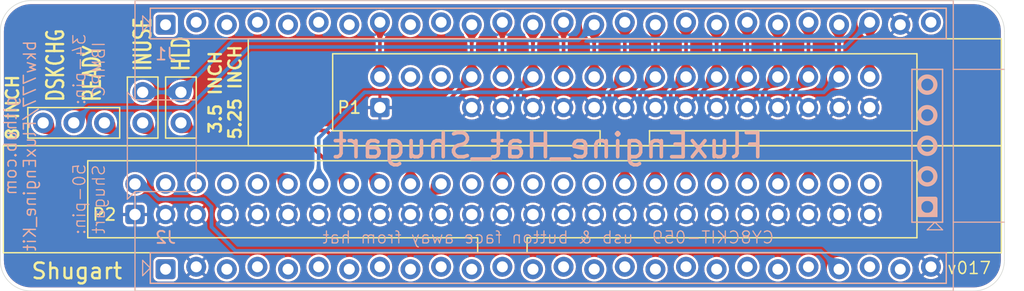
<source format=kicad_pcb>
(kicad_pcb (version 20240108) (generator "pcbnew") (generator_version "8.0")
  (title_block (title "FluxEngine_Hat_Shugart") (date "2024-08-08") (rev "017") (company "Brian K. White - b.kenyon.w@gmail.com") (comment 1 "github.com/bkw777/FluxEngine_Kit"))
  (layers (0 "F.Cu" signal) (31 "B.Cu" signal) (34 "B.Paste" user) (35 "F.Paste" user) (36 "B.SilkS" user "B.Silkscreen") (37 "F.SilkS" user "F.Silkscreen") (38 "B.Mask" user) (39 "F.Mask" user) (44 "Edge.Cuts" user))
  (net 0 "")
  (net 1 "GND")
  (net 4 "/SIDE")
  (net 5 "/~{DSB}")
  (net 6 "/~{REDWC}")
  (net 7 "/~{TRK0}")
  (net 8 "/~{MOTB}")
  (net 9 "/~{WGATE}")
  (net 10 "/~{INDEX}")
  (net 11 "/~{WPROT}")
  (net 12 "/~{DSA}")
  (net 13 "/~{MOTA}")
  (net 14 "/~{STEP}")
  (net 15 "/DIR")
  (net 54 "/~{RDY}")
  (net 56 "/~{DSKCHG}")
  (net 57 "/~{DC}")
  (net 58 "/~{HLD}")
  (net 59 "/~{DLOCK}")
  (net 60 "/~{WDATA}")
  (net 61 "/~{RDATA}")
  (net 63 "/~{TG43}")
  (footprint "000_LOCAL:IDC-Header_2x17_P2.54mm_Latch_Vertical - FDD" (layer "F.Cu") (at 133.985001 93.344999 90)
    (property "Reference" "P1" (at 0 -2.54 0) (layer "F.SilkS"))
    (property "Value" "FDC_BUS_IBMPC")
    (fp_line (start 5.715 -10.922) (end 5.715 51.562) (stroke (width 0.12)) (layer "F.SilkS"))
    (fp_line (start -3.175 -10.922) (end 5.715 -10.922) (stroke (width 0.12)) (layer "F.SilkS"))
    (fp_line (start 4.47 -3.92) (end 4.47 44.56) (stroke (width 0.12)) (layer "F.SilkS"))
    (fp_line (start -1.93 -3.92) (end 4.47 -3.92) (stroke (width 0.12)) (layer "F.SilkS"))
    (fp_line (start -1.93 18.27) (end -1.93 -3.92) (stroke (width 0.12)) (layer "F.SilkS"))
    (fp_line (start -3.175 18.27) (end -1.93 18.27) (stroke (width 0.12)) (layer "F.SilkS"))
    (fp_line (start -1.93 22.37) (end -1.93 22.37) (stroke (width 0.12)) (layer "F.SilkS"))
    (fp_line (start -1.93 22.37) (end -3.175 22.37) (stroke (width 0.12)) (layer "F.SilkS"))
    (fp_line (start 4.47 44.56) (end -1.93 44.56) (stroke (width 0.12)) (layer "F.SilkS"))
    (fp_line (start -1.93 44.56) (end -1.93 22.37) (stroke (width 0.12)) (layer "F.SilkS"))
    (fp_line (start 5.715 51.562) (end -3.175 51.562) (stroke (width 0.12)) (layer "F.SilkS"))
    (fp_line (start -3.175 51.562) (end -3.175 -10.922) (stroke (width 0.12)) (layer "F.SilkS"))
    (pad "1" thru_hole roundrect (at 0 0 90) (size 1.6 1.6) (drill 0.95) (layers "*.Cu" "*.Mask") (roundrect_rratio 0.15625) (net 1 "GND"))
    (pad "2" thru_hole circle (at 2.54 0 90) (size 1.6 1.6) (drill 0.95) (layers "*.Cu" "*.Mask") (net 6 "/~{REDWC}"))
    (pad "4" thru_hole circle (at 2.54 2.54 90) (size 1.6 1.6) (drill 0.95) (layers "*.Cu" "*.Mask"))
    (pad "6" thru_hole circle (at 2.54 5.08 90) (size 1.6 1.6) (drill 0.95) (layers "*.Cu" "*.Mask"))
    (pad "7" thru_hole circle (at 0 7.62 90) (size 1.6 1.6) (drill 0.95) (layers "*.Cu" "*.Mask") (net 1 "GND"))
    (pad "8" thru_hole circle (at 2.54 7.62 90) (size 1.6 1.6) (drill 0.95) (layers "*.Cu" "*.Mask") (net 10 "/~{INDEX}"))
    (pad "9" thru_hole circle (at 0 10.16 90) (size 1.6 1.6) (drill 0.95) (layers "*.Cu" "*.Mask") (net 1 "GND"))
    (pad "10" thru_hole circle (at 2.54 10.16 90) (size 1.6 1.6) (drill 0.95) (layers "*.Cu" "*.Mask") (net 13 "/~{MOTA}"))
    (pad "11" thru_hole circle (at 0 12.7 90) (size 1.6 1.6) (drill 0.95) (layers "*.Cu" "*.Mask") (net 1 "GND"))
    (pad "12" thru_hole circle (at 2.54 12.7 90) (size 1.6 1.6) (drill 0.95) (layers "*.Cu" "*.Mask") (net 5 "/~{DSB}"))
    (pad "13" thru_hole circle (at 0 15.24 90) (size 1.6 1.6) (drill 0.95) (layers "*.Cu" "*.Mask") (net 1 "GND"))
    (pad "14" thru_hole circle (at 2.54 15.24 90) (size 1.6 1.6) (drill 0.95) (layers "*.Cu" "*.Mask") (net 12 "/~{DSA}"))
    (pad "15" thru_hole circle (at 0 17.78 90) (size 1.6 1.6) (drill 0.95) (layers "*.Cu" "*.Mask") (net 1 "GND"))
    (pad "16" thru_hole circle (at 2.54 17.78 90) (size 1.6 1.6) (drill 0.95) (layers "*.Cu" "*.Mask") (net 8 "/~{MOTB}"))
    (pad "17" thru_hole circle (at 0 20.32 90) (size 1.6 1.6) (drill 0.95) (layers "*.Cu" "*.Mask") (net 1 "GND"))
    (pad "18" thru_hole circle (at 2.54 20.32 90) (size 1.6 1.6) (drill 0.95) (layers "*.Cu" "*.Mask") (net 15 "/DIR"))
    (pad "19" thru_hole circle (at 0 22.86 90) (size 1.6 1.6) (drill 0.95) (layers "*.Cu" "*.Mask") (net 1 "GND"))
    (pad "20" thru_hole circle (at 2.54 22.86 90) (size 1.6 1.6) (drill 0.95) (layers "*.Cu" "*.Mask") (net 14 "/~{STEP}"))
    (pad "21" thru_hole circle (at 0 25.4 90) (size 1.6 1.6) (drill 0.95) (layers "*.Cu" "*.Mask") (net 1 "GND"))
    (pad "22" thru_hole circle (at 2.54 25.4 90) (size 1.6 1.6) (drill 0.95) (layers "*.Cu" "*.Mask") (net 60 "/~{WDATA}"))
    (pad "23" thru_hole circle (at 0 27.94 90) (size 1.6 1.6) (drill 0.95) (layers "*.Cu" "*.Mask") (net 1 "GND"))
    (pad "24" thru_hole circle (at 2.54 27.94 90) (size 1.6 1.6) (drill 0.95) (layers "*.Cu" "*.Mask") (net 9 "/~{WGATE}"))
    (pad "25" thru_hole circle (at 0 30.48 90) (size 1.6 1.6) (drill 0.95) (layers "*.Cu" "*.Mask") (net 1 "GND"))
    (pad "26" thru_hole circle (at 2.54 30.48 90) (size 1.6 1.6) (drill 0.95) (layers "*.Cu" "*.Mask") (net 7 "/~{TRK0}"))
    (pad "27" thru_hole circle (at 0 33.02 90) (size 1.6 1.6) (drill 0.95) (layers "*.Cu" "*.Mask") (net 1 "GND"))
    (pad "28" thru_hole circle (at 2.54 33.02 90) (size 1.6 1.6) (drill 0.95) (layers "*.Cu" "*.Mask") (net 11 "/~{WPROT}"))
    (pad "29" thru_hole circle (at 0 35.56 90) (size 1.6 1.6) (drill 0.95) (layers "*.Cu" "*.Mask") (net 1 "GND"))
    (pad "30" thru_hole circle (at 2.54 35.56 90) (size 1.6 1.6) (drill 0.95) (layers "*.Cu" "*.Mask") (net 61 "/~{RDATA}"))
    (pad "31" thru_hole circle (at 0 38.1 90) (size 1.6 1.6) (drill 0.95) (layers "*.Cu" "*.Mask") (net 1 "GND"))
    (pad "32" thru_hole circle (at 2.54 38.1 90) (size 1.6 1.6) (drill 0.95) (layers "*.Cu" "*.Mask") (net 4 "/SIDE"))
    (pad "33" thru_hole circle (at 0 40.64 90) (size 1.6 1.6) (drill 0.95) (layers "*.Cu" "*.Mask") (net 1 "GND"))
    (pad "34" thru_hole circle (at 2.54 40.64 90) (size 1.6 1.6) (drill 0.95) (layers "*.Cu" "*.Mask") (net 56 "/~{DSKCHG}"))
  )
  (footprint "000_LOCAL:PinHeader_1x03_P2.54mm_Vertical" (layer "F.Cu") (at 106.045001 94.614999 90)
    (property "Reference" "JP1" (hide yes))
    (property "Value" "Jumper_3_Bridged12" (hide yes))
    (fp_line (start 1.27 -1.27) (end 1.27 6.35) (stroke (width 0.12)) (layer "F.SilkS"))
    (fp_line (start -1.27 -1.27) (end 1.27 -1.27) (stroke (width 0.12)) (layer "F.SilkS"))
    (fp_line (start -1.27 -1.27) (end -1.27 6.35) (stroke (width 0.12)) (layer "F.SilkS"))
    (fp_line (start -1.27 6.35) (end 1.27 6.35) (stroke (width 0.12)) (layer "F.SilkS"))
    (pad "1" thru_hole circle (at 0 0 90) (size 1.7 1.7) (drill 0.94) (layers "*.Cu" "*.Mask") (net 57 "/~{DC}"))
    (pad "2" thru_hole circle (at 0 2.54 90) (size 1.7 1.7) (drill 0.94) (layers "*.Cu" "*.Mask") (net 56 "/~{DSKCHG}"))
    (pad "3" thru_hole circle (at 0 5.08 90) (size 1.7 1.7) (drill 0.94) (layers "*.Cu" "*.Mask") (net 54 "/~{RDY}"))
  )
  (footprint "000_LOCAL:PinHeader_1x02_P2.54mm_Vertical" (layer "F.Cu") (at 117.475001 94.614999 180)
    (property "Reference" "JP3" (hide yes))
    (property "Value" "Jumper_2_Open" (hide yes))
    (fp_line (start 1.27 -1.27) (end 1.27 3.81) (stroke (width 0.12)) (layer "F.SilkS"))
    (fp_line (start -1.27 3.81) (end 1.27 3.81) (stroke (width 0.12)) (layer "F.SilkS"))
    (fp_line (start -1.27 -1.27) (end 1.27 -1.27) (stroke (width 0.12)) (layer "F.SilkS"))
    (fp_line (start -1.27 -1.27) (end -1.27 3.81) (stroke (width 0.12)) (layer "F.SilkS"))
    (pad "1" thru_hole circle (at 0 0 180) (size 1.7 1.7) (drill 0.94) (layers "*.Cu" "*.Mask") (net 58 "/~{HLD}"))
    (pad "2" thru_hole circle (at 0 2.54 180) (size 1.7 1.7) (drill 0.94) (layers "*.Cu" "*.Mask") (net 8 "/~{MOTB}"))
  )
  (footprint "000_LOCAL:PinHeader_1x02_P2.54mm_Vertical" (layer "F.Cu") (at 114.300001 94.614999 180)
    (property "Reference" "JP2" (hide yes))
    (property "Value" "Jumper_2_Open" (hide yes))
    (fp_line (start 1.27 -1.27) (end 1.27 3.81) (stroke (width 0.12)) (layer "F.SilkS"))
    (fp_line (start -1.27 3.81) (end 1.27 3.81) (stroke (width 0.12)) (layer "F.SilkS"))
    (fp_line (start -1.27 -1.27) (end 1.27 -1.27) (stroke (width 0.12)) (layer "F.SilkS"))
    (fp_line (start -1.27 -1.27) (end -1.27 3.81) (stroke (width 0.12)) (layer "F.SilkS"))
    (pad "1" thru_hole circle (at 0 0 180) (size 1.7 1.7) (drill 0.94) (layers "*.Cu" "*.Mask") (net 59 "/~{DLOCK}"))
    (pad "2" thru_hole circle (at 0 2.54 180) (size 1.7 1.7) (drill 0.94) (layers "*.Cu" "*.Mask") (net 8 "/~{MOTB}"))
  )
  (footprint "000_LOCAL:IDC-Header_2x25_P2.54mm_Latch_Vertical" (layer "F.Cu") (at 113.665001 102.234999 90)
    (property "Reference" "P2" (at 0 -2.54 0) (layer "F.SilkS"))
    (property "Value" "FDC_BUS_SA851")
    (fp_line (start 5.715 -10.922) (end 5.715 71.882) (stroke (width 0.12)) (layer "F.SilkS"))
    (fp_line (start -3.175 -10.922) (end 5.715 -10.922) (stroke (width 0.12)) (layer "F.SilkS"))
    (fp_line (start 4.47 -3.92) (end 4.47 64.88) (stroke (width 0.12)) (layer "F.SilkS"))
    (fp_line (start -1.930001 -3.92) (end 4.47 -3.92) (stroke (width 0.12)) (layer "F.SilkS"))
    (fp_line (start -1.93 28.43) (end -1.930001 -3.92) (stroke (width 0.12)) (layer "F.SilkS"))
    (fp_line (start -3.175 28.43) (end -1.93 28.43) (stroke (width 0.12)) (layer "F.SilkS"))
    (fp_line (start -1.93 32.530001) (end -1.93 32.530001) (stroke (width 0.12)) (layer "F.SilkS"))
    (fp_line (start -1.93 32.530001) (end -3.175 32.530001) (stroke (width 0.12)) (layer "F.SilkS"))
    (fp_line (start 4.47 64.88) (end -1.93 64.88) (stroke (width 0.12)) (layer "F.SilkS"))
    (fp_line (start -1.93 64.88) (end -1.93 32.530001) (stroke (width 0.12)) (layer "F.SilkS"))
    (fp_line (start 5.715 71.882) (end -3.175 71.882001) (stroke (width 0.12)) (layer "F.SilkS"))
    (fp_line (start -3.175 71.882001) (end -3.175 -10.922) (stroke (width 0.12)) (layer "F.SilkS"))
    (pad "1" thru_hole roundrect (at 0 0 90) (size 1.6 1.6) (drill 0.95) (layers "*.Cu" "*.Mask") (roundrect_rratio 0.15625) (net 1 "GND"))
    (pad "2" thru_hole circle (at 2.54 0 90) (size 1.6 1.6) (drill 0.95) (layers "*.Cu" "*.Mask") (net 63 "/~{TG43}"))
    (pad "3" thru_hole circle (at 0 2.54 90) (size 1.6 1.6) (drill 0.95) (layers "*.Cu" "*.Mask") (net 1 "GND"))
    (pad "4" thru_hole circle (at 2.54 2.54 90) (size 1.6 1.6) (drill 0.95) (layers "*.Cu" "*.Mask"))
    (pad "5" thru_hole circle (at 0 5.079999 90) (size 1.6 1.6) (drill 0.95) (layers "*.Cu" "*.Mask") (net 1 "GND"))
    (pad "6" thru_hole circle (at 2.54 5.08 90) (size 1.6 1.6) (drill 0.95) (layers "*.Cu" "*.Mask"))
    (pad "7" thru_hole circle (at 0 7.62 90) (size 1.6 1.6) (drill 0.95) (layers "*.Cu" "*.Mask") (net 1 "GND"))
    (pad "8" thru_hole circle (at 2.54 7.62 90) (size 1.6 1.6) (drill 0.95) (layers "*.Cu" "*.Mask"))
    (pad "9" thru_hole circle (at 0 10.16 90) (size 1.6 1.6) (drill 0.95) (layers "*.Cu" "*.Mask") (net 1 "GND"))
    (pad "10" thru_hole circle (at 2.54 10.16 90) (size 1.6 1.6) (drill 0.95) (layers "*.Cu" "*.Mask"))
    (pad "11" thru_hole circle (at 0 12.7 90) (size 1.6 1.6) (drill 0.95) (layers "*.Cu" "*.Mask") (net 1 "GND"))
    (pad "12" thru_hole circle (at 2.54 12.7 90) (size 1.6 1.6) (drill 0.95) (layers "*.Cu" "*.Mask") (net 57 "/~{DC}"))
    (pad "13" thru_hole circle (at 0 15.24 90) (size 1.6 1.6) (drill 0.95) (layers "*.Cu" "*.Mask") (net 1 "GND"))
    (pad "14" thru_hole circle (at 2.54 15.24 90) (size 1.6 1.6) (drill 0.95) (layers "*.Cu" "*.Mask") (net 4 "/SIDE"))
    (pad "15" thru_hole circle (at 0 17.780001 90) (size 1.6 1.6) (drill 0.95) (layers "*.Cu" "*.Mask") (net 1 "GND"))
    (pad "16" thru_hole circle (at 2.54 17.78 90) (size 1.6 1.6) (drill 0.95) (layers "*.Cu" "*.Mask") (net 59 "/~{DLOCK}"))
    (pad "17" thru_hole circle (at 0 20.32 90) (size 1.6 1.6) (drill 0.95) (layers "*.Cu" "*.Mask") (net 1 "GND"))
    (pad "18" thru_hole circle (at 2.54 20.32 90) (size 1.6 1.6) (drill 0.95) (layers "*.Cu" "*.Mask") (net 58 "/~{HLD}"))
    (pad "19" thru_hole circle (at 0 22.86 90) (size 1.6 1.6) (drill 0.95) (layers "*.Cu" "*.Mask") (net 1 "GND"))
    (pad "20" thru_hole circle (at 2.54 22.86 90) (size 1.6 1.6) (drill 0.95) (layers "*.Cu" "*.Mask") (net 10 "/~{INDEX}"))
    (pad "21" thru_hole circle (at 0 25.4 90) (size 1.6 1.6) (drill 0.95) (layers "*.Cu" "*.Mask") (net 1 "GND"))
    (pad "22" thru_hole circle (at 2.54 25.4 90) (size 1.6 1.6) (drill 0.95) (layers "*.Cu" "*.Mask") (net 54 "/~{RDY}"))
    (pad "23" thru_hole circle (at 0 27.939999 90) (size 1.6 1.6) (drill 0.95) (layers "*.Cu" "*.Mask") (net 1 "GND"))
    (pad "24" thru_hole circle (at 2.54 27.94 90) (size 1.6 1.6) (drill 0.95) (layers "*.Cu" "*.Mask"))
    (pad "25" thru_hole circle (at 0 30.48 90) (size 1.6 1.6) (drill 0.95) (layers "*.Cu" "*.Mask") (net 1 "GND"))
    (pad "26" thru_hole circle (at 2.54 30.48 90) (size 1.6 1.6) (drill 0.95) (layers "*.Cu" "*.Mask") (net 5 "/~{DSB}"))
    (pad "27" thru_hole circle (at 0 33.02 90) (size 1.6 1.6) (drill 0.95) (layers "*.Cu" "*.Mask") (net 1 "GND"))
    (pad "28" thru_hole circle (at 2.54 33.02 90) (size 1.6 1.6) (drill 0.95) (layers "*.Cu" "*.Mask"))
    (pad "29" thru_hole circle (at 0 35.56 90) (size 1.6 1.6) (drill 0.95) (layers "*.Cu" "*.Mask") (net 1 "GND"))
    (pad "30" thru_hole circle (at 2.54 35.56 90) (size 1.6 1.6) (drill 0.95) (layers "*.Cu" "*.Mask"))
    (pad "31" thru_hole circle (at 0 38.099999 90) (size 1.6 1.6) (drill 0.95) (layers "*.Cu" "*.Mask") (net 1 "GND"))
    (pad "32" thru_hole circle (at 2.54 38.1 90) (size 1.6 1.6) (drill 0.95) (layers "*.Cu" "*.Mask"))
    (pad "33" thru_hole circle (at 0 40.640001 90) (size 1.6 1.6) (drill 0.95) (layers "*.Cu" "*.Mask") (net 1 "GND"))
    (pad "34" thru_hole circle (at 2.54 40.64 90) (size 1.6 1.6) (drill 0.95) (layers "*.Cu" "*.Mask") (net 15 "/DIR"))
    (pad "35" thru_hole circle (at 0 43.18 90) (size 1.6 1.6) (drill 0.95) (layers "*.Cu" "*.Mask") (net 1 "GND"))
    (pad "36" thru_hole circle (at 2.54 43.18 90) (size 1.6 1.6) (drill 0.95) (layers "*.Cu" "*.Mask") (net 14 "/~{STEP}"))
    (pad "37" thru_hole circle (at 0 45.72 90) (size 1.6 1.6) (drill 0.95) (layers "*.Cu" "*.Mask") (net 1 "GND"))
    (pad "38" thru_hole circle (at 2.54 45.72 90) (size 1.6 1.6) (drill 0.95) (layers "*.Cu" "*.Mask") (net 60 "/~{WDATA}"))
    (pad "39" thru_hole circle (at 0 48.26 90) (size 1.6 1.6) (drill 0.95) (layers "*.Cu" "*.Mask") (net 1 "GND"))
    (pad "40" thru_hole circle (at 2.54 48.26 90) (size 1.6 1.6) (drill 0.95) (layers "*.Cu" "*.Mask") (net 9 "/~{WGATE}"))
    (pad "41" thru_hole circle (at 0 50.799999 90) (size 1.6 1.6) (drill 0.95) (layers "*.Cu" "*.Mask") (net 1 "GND"))
    (pad "42" thru_hole circle (at 2.54 50.8 90) (size 1.6 1.6) (drill 0.95) (layers "*.Cu" "*.Mask") (net 7 "/~{TRK0}"))
    (pad "43" thru_hole circle (at 0 53.34 90) (size 1.6 1.6) (drill 0.95) (layers "*.Cu" "*.Mask") (net 1 "GND"))
    (pad "44" thru_hole circle (at 2.54 53.34 90) (size 1.6 1.6) (drill 0.95) (layers "*.Cu" "*.Mask") (net 11 "/~{WPROT}"))
    (pad "45" thru_hole circle (at 0 55.88 90) (size 1.6 1.6) (drill 0.95) (layers "*.Cu" "*.Mask") (net 1 "GND"))
    (pad "46" thru_hole circle (at 2.54 55.88 90) (size 1.6 1.6) (drill 0.95) (layers "*.Cu" "*.Mask") (net 61 "/~{RDATA}"))
    (pad "47" thru_hole circle (at 0 58.42 90) (size 1.6 1.6) (drill 0.95) (layers "*.Cu" "*.Mask") (net 1 "GND"))
    (pad "48" thru_hole circle (at 2.54 58.42 90) (size 1.6 1.6) (drill 0.95) (layers "*.Cu" "*.Mask"))
    (pad "49" thru_hole circle (at 0 60.959999 90) (size 1.6 1.6) (drill 0.95) (layers "*.Cu" "*.Mask") (net 1 "GND"))
    (pad "50" thru_hole circle (at 2.54 60.96 90) (size 1.6 1.6) (drill 0.95) (layers "*.Cu" "*.Mask"))
  )
  (footprint "000_LOCAL:CY8CKIT-059 dry fit" (layer "B.Cu") (at 116.205001 86.359999 -90)
    (property "Reference" "J1" (hide yes))
    (property "Value" "CY8CKIT-059")
    (fp_line (start 14.605 3.175) (end 5.715 3.175) (stroke (width 0.1)) (layer "B.SilkS"))
    (fp_line (start 6.35 2.54) (end 5.715 3.175) (stroke (width 0.1)) (layer "B.SilkS"))
    (fp_line (start 6.35 2.54) (end -1.905 2.54) (stroke (width 0.1)) (layer "B.SilkS"))
    (fp_line (start 6.35 2.54) (end 6.35 -2.54) (stroke (width 0.1)) (layer "B.SilkS"))
    (fp_line (start 13.97 2.54) (end 14.605 3.175) (stroke (width 0.1)) (layer "B.SilkS"))
    (fp_line (start 22.225 2.54) (end 13.97 2.54) (stroke (width 0.1)) (layer "B.SilkS"))
    (fp_line (start 22.225 2.54) (end 22.225 -65.3542) (stroke (width 0.1)) (layer "B.SilkS"))
    (fp_line (start -0.635 1.905) (end 0 1.27) (stroke (width 0.1)) (layer "B.SilkS"))
    (fp_line (start 0.635 1.905) (end -0.635 1.905) (stroke (width 0.1)) (layer "B.SilkS"))
    (fp_line (start 19.685 1.905) (end 20.32 1.27) (stroke (width 0.1)) (layer "B.SilkS"))
    (fp_line (start 20.955 1.905) (end 19.685 1.905) (stroke (width 0.1)) (layer "B.SilkS"))
    (fp_line (start 0 1.27) (end 0.635 1.905) (stroke (width 0.1)) (layer "B.SilkS"))
    (fp_line (start 1.27 1.27) (end -1.27 1.27) (stroke (width 0.12)) (layer "B.SilkS"))
    (fp_line (start 20.32 1.27) (end 20.955 1.905) (stroke (width 0.1)) (layer "B.SilkS"))
    (fp_line (start 21.59 1.27) (end 19.05 1.27) (stroke (width 0.12)) (layer "B.SilkS"))
    (fp_line (start 6.35 -2.54) (end 13.97 -2.54) (stroke (width 0.1)) (layer "B.SilkS"))
    (fp_line (start 13.97 -2.54) (end 13.97 2.54) (stroke (width 0.1)) (layer "B.SilkS"))
    (fp_line (start 3.809998 -61.9252) (end 16.509999 -61.925199) (stroke (width 0.12)) (layer "B.SilkS"))
    (fp_line (start 17.145 -63.1952) (end 16.51 -63.8302) (stroke (width 0.1)) (layer "B.SilkS"))
    (fp_line (start 16.51 -63.8302) (end 17.145 -64.4652) (stroke (width 0.1)) (layer "B.SilkS"))
    (fp_line (start 3.809998 -64.4652) (end 3.809998 -61.9252) (stroke (width 0.12)) (layer "B.SilkS"))
    (fp_line (start 3.809998 -64.4652) (end 16.509999 -64.465201) (stroke (width 0.12)) (layer "B.SilkS"))
    (fp_line (start 17.145 -64.4652) (end 17.145 -63.1952) (stroke (width 0.1)) (layer "B.SilkS"))
    (fp_line (start 16.509999 -64.465201) (end 16.509999 -61.925199) (stroke (width 0.12)) (layer "B.SilkS"))
    (fp_line (start -1.27 -64.77) (end -1.27 1.27) (stroke (width 0.12)) (layer "B.SilkS"))
    (fp_line (start 1.27 -64.77) (end 1.27 1.27) (stroke (width 0.12)) (layer "B.SilkS"))
    (fp_line (start 1.27 -64.77) (end -1.27 -64.77) (stroke (width 0.12)) (layer "B.SilkS"))
    (fp_line (start 19.05 -64.77) (end 19.05 1.27) (stroke (width 0.12)) (layer "B.SilkS"))
    (fp_line (start 21.59 -64.77) (end 21.59 1.27) (stroke (width 0.12)) (layer "B.SilkS"))
    (fp_line (start 21.59 -64.77) (end 19.05 -64.77) (stroke (width 0.12)) (layer "B.SilkS"))
    (fp_line (start -1.905 -65.3542) (end -1.905 2.54) (stroke (width 0.1)) (layer "B.SilkS"))
    (fp_line (start 22.225 -65.3542) (end -1.905 -65.3542) (stroke (width 0.1)) (layer "B.SilkS"))
    (fp_rect (start 15.9131 -63.8683) (end 14.5669 -62.5221) (stroke (width 0.35052)) (fill none) (layer "B.SilkS"))
    (fp_circle (center 5.08 -63.1952) (end 5.7531 -63.1952) (stroke (width 0.35052)) (fill none) (layer "B.SilkS"))
    (fp_circle (center 7.62 -63.1952) (end 8.2931 -63.1952) (stroke (width 0.35052)) (fill none) (layer "B.SilkS"))
    (fp_circle (center 10.16 -63.1952) (end 10.8331 -63.1952) (stroke (width 0.35052)) (fill none) (layer "B.SilkS"))
    (fp_circle (center 12.7 -63.1952) (end 13.3731 -63.1952) (stroke (width 0.35052)) (fill none) (layer "B.SilkS"))
    (fp_circle (center 15.24 -63.1952) (end 15.9131 -63.1952) (stroke (width 0.35052)) (fill none) (layer "B.SilkS"))
    (fp_text user "J2" (at 17.78 0 0) (layer "B.SilkS") (effects (justify mirror)))
    (fp_text user "J1" (at 2.54 0 0) (layer "B.SilkS") (effects (justify mirror)))
    (pad "J1_1" thru_hole roundrect (at 0.1016 0 270) (size 1.651 1.651) (drill 0.9144) (layers "*.Cu" "*.Mask") (roundrect_rratio 0.1514233798))
    (pad "J1_2" thru_hole circle (at -0.1016 -2.54 270) (size 1.651 1.651) (drill 0.9144) (layers "*.Cu" "*.Mask"))
    (pad "J1_3" thru_hole circle (at 0.1016 -5.08 270) (size 1.651 1.651) (drill 0.9144) (layers "*.Cu" "*.Mask"))
    (pad "J1_4" thru_hole circle (at -0.1016 -7.62 270) (size 1.651 1.651) (drill 0.9144) (layers "*.Cu" "*.Mask"))
    (pad "J1_5" thru_hole circle (at 0.1016 -10.16 270) (size 1.651 1.651) (drill 0.9144) (layers "*.Cu" "*.Mask"))
    (pad "J1_6" thru_hole circle (at -0.1016 -12.7 270) (size 1.651 1.651) (drill 0.9144) (layers "*.Cu" "*.Mask"))
    (pad "J1_7" thru_hole circle (at 0.1016 -15.24 270) (size 1.651 1.651) (drill 0.9144) (layers "*.Cu" "*.Mask"))
    (pad "J1_8" thru_hole circle (at -0.1016 -17.78 270) (size 1.651 1.651) (drill 0.9144) (layers "*.Cu" "*.Mask") (net 6 "/~{REDWC}"))
    (pad "J1_9" thru_hole circle (at 0.1016 -20.32 270) (size 1.651 1.651) (drill 0.9144) (layers "*.Cu" "*.Mask"))
    (pad "J1_10" thru_hole circle (at -0.1016 -22.86 270) (size 1.651 1.651) (drill 0.9144) (layers "*.Cu" "*.Mask"))
    (pad "J1_11" thru_hole circle (at 0.1016 -25.4 270) (size 1.651 1.651) (drill 0.9144) (layers "*.Cu" "*.Mask") (net 10 "/~{INDEX}"))
    (pad "J1_12" thru_hole circle (at -0.1016 -27.94 270) (size 1.651 1.651) (drill 0.9144) (layers "*.Cu" "*.Mask") (net 13 "/~{MOTA}"))
    (pad "J1_13" thru_hole circle (at 0.1016 -30.48 270) (size 1.651 1.651) (drill 0.9144) (layers "*.Cu" "*.Mask") (net 5 "/~{DSB}"))
    (pad "J1_14" thru_hole circle (at -0.1016 -33.02 270) (size 1.651 1.651) (drill 0.9144) (layers "*.Cu" "*.Mask") (net 12 "/~{DSA}"))
    (pad "J1_15" thru_hole circle (at 0.1016 -35.56 270) (size 1.651 1.651) (drill 0.9144) (layers "*.Cu" "*.Mask") (net 8 "/~{MOTB}"))
    (pad "J1_16" thru_hole circle (at -0.1016 -38.1 270) (size 1.651 1.651) (drill 0.9144) (layers "*.Cu" "*.Mask") (net 15 "/DIR"))
    (pad "J1_17" thru_hole circle (at 0.1016 -40.64 270) (size 1.651 1.651) (drill 0.9144) (layers "*.Cu" "*.Mask") (net 14 "/~{STEP}"))
    (pad "J1_18" thru_hole circle (at -0.1016 -43.18 270) (size 1.651 1.651) (drill 0.9144) (layers "*.Cu" "*.Mask") (net 60 "/~{WDATA}"))
    (pad "J1_19" thru_hole circle (at 0.1016 -45.72 270) (size 1.651 1.651) (drill 0.9144) (layers "*.Cu" "*.Mask") (net 9 "/~{WGATE}"))
    (pad "J1_20" thru_hole circle (at -0.1016 -48.26 270) (size 1.651 1.651) (drill 0.9144) (layers "*.Cu" "*.Mask") (net 7 "/~{TRK0}"))
    (pad "J1_21" thru_hole circle (at 0.1016 -50.8 270) (size 1.651 1.651) (drill 0.9144) (layers "*.Cu" "*.Mask") (net 11 "/~{WPROT}"))
    (pad "J1_22" thru_hole circle (at -0.1016 -53.34 270) (size 1.651 1.651) (drill 0.9144) (layers "*.Cu" "*.Mask") (net 61 "/~{RDATA}"))
    (pad "J1_23" thru_hole circle (at 0.1016 -55.88 270) (size 1.651 1.651) (drill 0.9144) (layers "*.Cu" "*.Mask") (net 4 "/SIDE"))
    (pad "J1_24" thru_hole circle (at -0.1016 -58.42 270) (size 1.651 1.651) (drill 0.9144) (layers "*.Cu" "*.Mask") (net 56 "/~{DSKCHG}"))
    (pad "J1_25" thru_hole circle (at 0.1016 -60.96 270) (size 1.651 1.651) (drill 0.9144) (layers "*.Cu" "*.Mask") (net 1 "GND"))
    (pad "J1_26" thru_hole circle (at -0.1016 -63.5 270) (size 1.651 1.651) (drill 0.9144) (layers "*.Cu" "*.Mask"))
    (pad "J2_1" thru_hole roundrect (at 20.4216 0 270) (size 1.651 1.651) (drill 0.9144) (layers "*.Cu" "*.Mask") (roundrect_rratio 0.1514233798))
    (pad "J2_2" thru_hole circle (at 20.2184 -2.54 270) (size 1.651 1.651) (drill 0.9144) (layers "*.Cu" "*.Mask") (net 1 "GND"))
    (pad "J2_3" thru_hole circle (at 20.4216 -5.08 270) (size 1.651 1.651) (drill 0.9144) (layers "*.Cu" "*.Mask"))
    (pad "J2_4" thru_hole circle (at 20.2184 -7.62 270) (size 1.651 1.651) (drill 0.9144) (layers "*.Cu" "*.Mask"))
    (pad "J2_5" thru_hole circle (at 20.4216 -10.16 270) (size 1.651 1.651) (drill 0.9144) (layers "*.Cu" "*.Mask"))
    (pad "J2_6" thru_hole circle (at 20.2184 -12.7 270) (size 1.651 1.651) (drill 0.9144) (layers "*.Cu" "*.Mask"))
    (pad "J2_7" thru_hole circle (at 20.4216 -15.24 270) (size 1.651 1.651) (drill 0.9144) (layers "*.Cu" "*.Mask"))
    (pad "J2_8" thru_hole circle (at 20.2184 -17.78 270) (size 1.651 1.651) (drill 0.9144) (layers "*.Cu" "*.Mask"))
    (pad "J2_9" thru_hole circle (at 20.4216 -20.32 270) (size 1.651 1.651) (drill 0.9144) (layers "*.Cu" "*.Mask"))
    (pad "J2_10" thru_hole circle (at 20.2184 -22.86 270) (size 1.651 1.651) (drill 0.9144) (layers "*.Cu" "*.Mask"))
    (pad "J2_11" thru_hole circle (at 20.4216 -25.4 270) (size 1.651 1.651) (drill 0.9144) (layers "*.Cu" "*.Mask"))
    (pad "J2_12" thru_hole circle (at 20.2184 -27.94 270) (size 1.651 1.651) (drill 0.9144) (layers "*.Cu" "*.Mask"))
    (pad "J2_13" thru_hole circle (at 20.4216 -30.48 270) (size 1.651 1.651) (drill 0.9144) (layers "*.Cu" "*.Mask"))
    (pad "J2_14" thru_hole circle (at 20.2184 -33.02 270) (size 1.651 1.651) (drill 0.9144) (layers "*.Cu" "*.Mask"))
    (pad "J2_15" thru_hole circle (at 20.4216 -35.56 270) (size 1.651 1.651) (drill 0.9144) (layers "*.Cu" "*.Mask"))
    (pad "J2_16" thru_hole circle (at 20.2184 -38.1 270) (size 1.651 1.651) (drill 0.9144) (layers "*.Cu" "*.Mask"))
    (pad "J2_17" thru_hole circle (at 20.4216 -40.64 270) (size 1.651 1.651) (drill 0.9144) (layers "*.Cu" "*.Mask"))
    (pad "J2_18" thru_hole circle (at 20.2184 -43.18 270) (size 1.651 1.651) (drill 0.9144) (layers "*.Cu" "*.Mask"))
    (pad "J2_19" thru_hole circle (at 20.4216 -45.72 270) (size 1.651 1.651) (drill 0.9144) (layers "*.Cu" "*.Mask"))
    (pad "J2_20" thru_hole circle (at 20.2184 -48.26 270) (size 1.651 1.651) (drill 0.9144) (layers "*.Cu" "*.Mask"))
    (pad "J2_21" thru_hole circle (at 20.4216 -50.8 270) (size 1.651 1.651) (drill 0.9144) (layers "*.Cu" "*.Mask"))
    (pad "J2_22" thru_hole circle (at 20.2184 -53.34 270) (size 1.651 1.651) (drill 0.9144) (layers "*.Cu" "*.Mask"))
    (pad "J2_23" thru_hole circle (at 20.4216 -55.88 270) (size 1.651 1.651) (drill 0.9144) (layers "*.Cu" "*.Mask") (net 63 "/~{TG43}"))
    (pad "J2_24" thru_hole circle (at 20.2184 -58.42 270) (size 1.651 1.651) (drill 0.9144) (layers "*.Cu" "*.Mask"))
    (pad "J2_25" thru_hole circle (at 20.4216 -60.96 270) (size 1.651 1.651) (drill 0.9144) (layers "*.Cu" "*.Mask"))
    (pad "J2_26" thru_hole circle (at 20.2184 -63.5 270) (size 1.651 1.651) (drill 0.9144) (layers "*.Cu" "*.Mask") (net 1 "GND"))
  )
  (gr_line (start 181.559201 102.869999) (end 185.801001 102.869999) (stroke (width 0.1)) (layer "B.SilkS"))
  (gr_line (start 181.559201 90.169999) (end 185.801001 90.169999) (stroke (width 0.1)) (layer "B.SilkS"))
  (gr_arc (start 183.261 84.455001) (mid 185.057051 85.198949) (end 185.801 86.995) (stroke (width 0.05)) (layer "Edge.Cuts"))
  (gr_arc (start 102.489 86.995) (mid 103.232949 85.198948) (end 105.029001 84.454999) (stroke (width 0.05)) (layer "Edge.Cuts"))
  (gr_arc (start 185.801 106.045) (mid 185.057051 107.841051) (end 183.261 108.585) (stroke (width 0.05)) (layer "Edge.Cuts"))
  (gr_line (start 102.489 86.995) (end 102.489 106.045) (stroke (width 0.05)) (layer "Edge.Cuts"))
  (gr_line (start 183.261 84.455001) (end 105.029001 84.454999) (stroke (width 0.05)) (layer "Edge.Cuts"))
  (gr_line (start 185.801 106.045) (end 185.801 86.995) (stroke (width 0.05)) (layer "Edge.Cuts"))
  (gr_line (start 105.029 108.584999) (end 183.261 108.585) (stroke (width 0.05)) (layer "Edge.Cuts"))
  (gr_arc (start 105.029 108.584999) (mid 103.232949 107.841051) (end 102.489 106.045) (stroke (width 0.05)) (layer "Edge.Cuts"))
  (gr_text "github.com\nbkw777/FluxEngine_Kit" (at 104.140001 96.519999 90) (layer "B.SilkS") (effects (font (size 1 1) (thickness 0.12)) (justify mirror)))
  (gr_text "${TITLE}" (at 147.955001 96.52 0) (layer "B.SilkS") (effects (font (size 2 2) (thickness 0.3)) (justify mirror)))
  (gr_text "50-pin:\nShugart" (at 109.855001 100.964999 90) (layer "B.SilkS") (effects (font (size 1 1) (thickness 0.1)) (justify mirror)))
  (gr_text "34-pin:\nIBMPC" (at 109.855001 90.169999 90) (layer "B.SilkS") (effects (font (size 1 1) (thickness 0.1)) (justify mirror)))
  (gr_text "CY8CKIT-059  usb & button face away from hat" (at 147.955001 104.139999 0) (layer "B.SilkS") (effects (font (size 1 1) (thickness 0.1)) (justify mirror)))
  (gr_text "DSKCHG" (at 107.061001 92.963999 90) (layer "F.SilkS") (effects (font (size 1.4 1) (thickness 0.2) (bold yes)) (justify left)))
  (gr_text "8 INCH" (at 103.505001 93.345 90) (layer "F.SilkS") (effects (font (size 1.016 1.016) (thickness 0.2032) (bold yes))))
  (gr_text "READY" (at 110.109001 92.963999 90) (layer "F.SilkS") (effects (font (size 1.4 1) (thickness 0.2) (bold yes)) (justify left)))
  (gr_text "Shugart" (at 108.839 106.934 0) (layer "F.SilkS") (effects (font (size 1.3 1.3) (thickness 0.2) (bold yes))))
  (gr_text "3.5 INCH\n5.25 INCH" (at 122.555001 92.075 90) (layer "F.SilkS") (effects (font (size 1.016 1.016) (thickness 0.2032) (bold yes)) (justify bottom)))
  (gr_text "HLD" (at 117.475001 90.423999 90) (layer "F.SilkS") (effects (font (size 1.4 1) (thickness 0.2) (bold yes)) (justify left)))
  (gr_text "v${REVISION}" (at 182.880001 106.679999 0) (layer "F.SilkS") (effects (font (size 1 1) (thickness 0.12))))
  (gr_text "INUSE" (at 114.300001 90.423999 90) (layer "F.SilkS") (effects (font (size 1.4 1) (thickness 0.2) (bold yes)) (justify left)))
  (segment (start 172.085001 90.804999) (end 172.085001 86.461599) (width 0.3) (layer "F.Cu") (net 4))
  (segment (start 170.815001 92.074999) (end 132.715001 92.074999) (width 0.3) (layer "B.Cu") (net 4))
  (segment (start 172.085001 90.804999) (end 170.815001 92.074999) (width 0.3) (layer "B.Cu") (net 4))
  (segment (start 128.905001 95.884999) (end 128.905001 99.694999) (width 0.3) (layer "B.Cu") (net 4))
  (segment (start 132.715001 92.074999) (end 128.905001 95.884999) (width 0.3) (layer "B.Cu") (net 4))
  (segment (start 146.685001 90.804999) (end 146.685001 86.461599) (width 0.3) (layer "F.Cu") (net 5))
  (segment (start 145.414999 95.884999) (end 145.414999 92.075001) (width 0.3) (layer "F.Cu") (net 5))
  (segment (start 145.414999 92.075001) (end 146.685001 90.804999) (width 0.3) (layer "F.Cu") (net 5))
  (segment (start 144.145001 99.694999) (end 144.145001 97.154997) (width 0.3) (layer "F.Cu") (net 5))
  (segment (start 144.145001 97.154997) (end 145.414999 95.884999) (width 0.3) (layer "F.Cu") (net 5))
  (segment (start 133.984999 86.283801) (end 133.985001 86.283799) (width 0.3) (layer "F.Cu") (net 6))
  (segment (start 133.985001 90.804999) (end 133.985001 86.258399) (width 0.3) (layer "F.Cu") (net 6))
  (segment (start 164.465001 99.694999) (end 164.465001 97.155) (width 0.3) (layer "F.Cu") (net 7))
  (segment (start 163.195 95.884999) (end 163.195 92.075) (width 0.3) (layer "F.Cu") (net 7))
  (segment (start 164.465001 90.804999) (end 164.465001 86.258399) (width 0.3) (layer "F.Cu") (net 7))
  (segment (start 164.464999 86.283801) (end 164.465001 86.283799) (width 0.3) (layer "F.Cu") (net 7))
  (segment (start 164.465001 97.155) (end 163.195 95.884999) (width 0.3) (layer "F.Cu") (net 7))
  (segment (start 163.195 92.075) (end 164.465001 90.804999) (width 0.3) (layer "F.Cu") (net 7))
  (segment (start 151.765 86.4362) (end 151.765001 86.436199) (width 0.3) (layer "F.Cu") (net 8))
  (segment (start 151.765001 90.804999) (end 151.765001 86.461599) (width 0.3) (layer "F.Cu") (net 8))
  (segment (start 121.790001 87.759999) (end 150.466601 87.759999) (width 0.3) (layer "B.Cu") (net 8))
  (segment (start 117.475001 92.074999) (end 121.790001 87.759999) (width 0.3) (layer "B.Cu") (net 8))
  (segment (start 150.466601 87.759999) (end 151.765001 86.461599) (width 0.3) (layer "B.Cu") (net 8))
  (segment (start 114.300001 92.074999) (end 117.475001 92.074999) (width 0.3) (layer "B.Cu") (net 8))
  (segment (start 161.924999 86.436201) (end 161.925001 86.436199) (width 0.3) (layer "F.Cu") (net 9))
  (segment (start 160.654999 92.075001) (end 161.925001 90.804999) (width 0.3) (layer "F.Cu") (net 9))
  (segment (start 161.925001 90.804999) (end 161.925001 86.461599) (width 0.3) (layer "F.Cu") (net 9))
  (segment (start 161.925001 99.694999) (end 161.925001 97.155001) (width 0.3) (layer "F.Cu") (net 9))
  (segment (start 161.925001 97.155001) (end 160.654999 95.884999) (width 0.3) (layer "F.Cu") (net 9))
  (segment (start 160.654999 95.884999) (end 160.654999 92.075001) (width 0.3) (layer "F.Cu") (net 9))
  (segment (start 136.525001 95.884999) (end 141.605001 90.804999) (width 0.3) (layer "F.Cu") (net 10))
  (segment (start 141.605001 90.804999) (end 141.605001 86.461599) (width 0.3) (layer "F.Cu") (net 10))
  (segment (start 141.604999 86.436201) (end 141.605001 86.436199) (width 0.3) (layer "F.Cu") (net 10))
  (segment (start 136.525001 99.694999) (end 136.525001 95.884999) (width 0.3) (layer "F.Cu") (net 10))
  (segment (start 167.005001 99.694999) (end 167.005001 97.155) (width 0.3) (layer "F.Cu") (net 11))
  (segment (start 167.005001 90.804999) (end 167.005001 86.461599) (width 0.3) (layer "F.Cu") (net 11))
  (segment (start 165.735 92.075) (end 167.005001 90.804999) (width 0.3) (layer "F.Cu") (net 11))
  (segment (start 165.735 95.884999) (end 165.735 92.075) (width 0.3) (layer "F.Cu") (net 11))
  (segment (start 167.005001 97.155) (end 165.735 95.884999) (width 0.3) (layer "F.Cu") (net 11))
  (segment (start 149.225 90.805) (end 149.225001 90.804999) (width 0.3) (layer "F.Cu") (net 12))
  (segment (start 149.225001 90.804999) (end 149.225001 86.258399) (width 0.3) (layer "F.Cu") (net 12))
  (segment (start 144.144999 86.283801) (end 144.145001 86.283799) (width 0.3) (layer "F.Cu") (net 13))
  (segment (start 144.145001 90.804999) (end 144.145001 86.258399) (width 0.3) (layer "F.Cu") (net 13))
  (segment (start 156.845001 99.694999) (end 156.845001 97.155) (width 0.3) (layer "F.Cu") (net 14))
  (segment (start 156.844999 86.436201) (end 156.845001 86.436199) (width 0.3) (layer "F.Cu") (net 14))
  (segment (start 155.575 95.884999) (end 155.575 92.075) (width 0.3) (layer "F.Cu") (net 14))
  (segment (start 156.845001 90.804999) (end 156.845001 86.461599) (width 0.3) (layer "F.Cu") (net 14))
  (segment (start 156.845001 97.155) (end 155.575 95.884999) (width 0.3) (layer "F.Cu") (net 14))
  (segment (start 155.575 92.075) (end 156.845001 90.804999) (width 0.3) (layer "F.Cu") (net 14))
  (segment (start 153.035 95.884999) (end 153.035 92.075) (width 0.3) (layer "F.Cu") (net 15))
  (segment (start 154.305001 99.694999) (end 154.305001 97.155) (width 0.3) (layer "F.Cu") (net 15))
  (segment (start 154.304999 86.283801) (end 154.305001 86.283799) (width 0.3) (layer "F.Cu") (net 15))
  (segment (start 154.305001 90.804999) (end 154.305001 86.258399) (width 0.3) (layer "F.Cu") (net 15))
  (segment (start 154.305001 97.155) (end 153.035 95.884999) (width 0.3) (layer "F.Cu") (net 15))
  (segment (start 153.035 92.075) (end 154.305001 90.804999) (width 0.3) (layer "F.Cu") (net 15))
  (segment (start 127.635 99.059999) (end 127.635 100.330001) (width 0.3) (layer "F.Cu") (net 54))
  (segment (start 127.635 100.330001) (end 128.27 100.965001) (width 0.3) (layer "F.Cu") (net 54))
  (segment (start 111.125001 94.614999) (end 113.030001 96.519999) (width 0.3) (layer "F.Cu") (net 54))
  (segment (start 137.794999 100.965001) (end 139.065001 99.694999) (width 0.3) (layer "F.Cu") (net 54))
  (segment (start 125.095 96.519999) (end 127.635 99.059999) (width 0.3) (layer "F.Cu") (net 54))
  (segment (start 128.27 100.965001) (end 137.794999 100.965001) (width 0.3) (layer "F.Cu") (net 54))
  (segment (start 113.030001 96.519999) (end 125.095 96.519999) (width 0.3) (layer "F.Cu") (net 54))
  (segment (start 174.624999 86.283801) (end 174.625001 86.283799) (width 0.3) (layer "F.Cu") (net 56))
  (segment (start 174.625001 90.804999) (end 174.625001 86.258399) (width 0.3) (layer "F.Cu") (net 56))
  (segment (start 174.625001 86.258399) (end 172.573401 88.309999) (width 0.3) (layer "B.Cu") (net 56))
  (segment (start 172.573401 88.309999) (end 123.145001 88.309999) (width 0.3) (layer "B.Cu") (net 56))
  (segment (start 118.110001 93.344999) (end 109.855001 93.344999) (width 0.3) (layer "B.Cu") (net 56))
  (segment (start 109.855001 93.344999) (end 108.585001 94.614999) (width 0.3) (layer "B.Cu") (net 56))
  (segment (start 123.145001 88.309999) (end 118.110001 93.344999) (width 0.3) (layer "B.Cu") (net 56))
  (segment (start 106.045001 94.614999) (end 108.585001 97.154999) (width 0.3) (layer "F.Cu") (net 57))
  (segment (start 123.825001 97.154999) (end 126.365001 99.694999) (width 0.3) (layer "F.Cu") (net 57))
  (segment (start 108.585001 97.154999) (end 123.825001 97.154999) (width 0.3) (layer "F.Cu") (net 57))
  (segment (start 129.540002 95.25) (end 118.110002 95.25) (width 0.3) (layer "F.Cu") (net 58))
  (segment (start 118.110002 95.25) (end 117.475001 94.614999) (width 0.3) (layer "F.Cu") (net 58))
  (segment (start 133.985001 99.694999) (end 129.540002 95.25) (width 0.3) (layer "F.Cu") (net 58))
  (segment (start 114.300001 94.614999) (end 115.570003 95.885001) (width 0.3) (layer "F.Cu") (net 59))
  (segment (start 127.635003 95.885001) (end 131.445001 99.694999) (width 0.3) (layer "F.Cu") (net 59))
  (segment (start 115.570003 95.885001) (end 127.635003 95.885001) (width 0.3) (layer "F.Cu") (net 59))
  (segment (start 158.114999 95.884999) (end 158.114999 92.075001) (width 0.3) (layer "F.Cu") (net 60))
  (segment (start 159.385001 90.804999) (end 159.385001 86.258399) (width 0.3) (layer "F.Cu") (net 60))
  (segment (start 159.385001 99.694999) (end 159.385001 97.155001) (width 0.3) (layer "F.Cu") (net 60))
  (segment (start 158.114999 92.075001) (end 159.385001 90.804999) (width 0.3) (layer "F.Cu") (net 60))
  (segment (start 159.385001 97.155001) (end 158.114999 95.884999) (width 0.3) (layer "F.Cu") (net 60))
  (segment (start 168.274999 95.884999) (end 168.274999 92.075001) (width 0.3) (layer "F.Cu") (net 61))
  (segment (start 169.545001 90.804999) (end 169.545001 86.258399) (width 0.3) (layer "F.Cu") (net 61))
  (segment (start 169.545001 99.694999) (end 169.545001 97.155001) (width 0.3) (layer "F.Cu") (net 61))
  (segment (start 169.545001 97.155001) (end 168.274999 95.884999) (width 0.3) (layer "F.Cu") (net 61))
  (segment (start 168.274999 92.075001) (end 169.545001 90.804999) (width 0.3) (layer "F.Cu") (net 61))
  (segment (start 172.085001 106.781599) (end 170.563401 105.259999) (width 0.3) (layer "B.Cu") (net 63))
  (segment (start 170.563401 105.259999) (end 122.005001 105.259999) (width 0.3) (layer "B.Cu") (net 63))
  (segment (start 119.380002 100.965002) (end 115.610004 100.965002) (width 0.3) (layer "B.Cu") (net 63))
  (segment (start 122.005001 105.259999) (end 120.015001 103.269999) (width 0.3) (layer "B.Cu") (net 63))
  (segment (start 115.610004 100.965002) (end 114.340001 99.694999) (width 0.3) (layer "B.Cu") (net 63))
  (segment (start 114.340001 99.694999) (end 113.665001 99.694999) (width 0.3) (layer "B.Cu") (net 63))
  (segment (start 120.015001 101.600001) (end 119.380002 100.965002) (width 0.3) (layer "B.Cu") (net 63))
  (segment (start 120.015001 103.269999) (end 120.015001 101.600001) (width 0.3) (layer "B.Cu") (net 63))
  (zone (net 1) (net_name "GND") (layers "F&B.Cu") (connect_pads (clearance 0.2)) (min_thickness 0.2) (fill yes (thermal_gap 0.2) (thermal_bridge_width 0.25) (smoothing fillet) (radius 0.1))
    (polygon (pts (xy 185.800999 84.454999) (xy 185.800999 108.585001) (xy 102.489 108.585001) (xy 102.489 84.454999)))
  )
)
</source>
